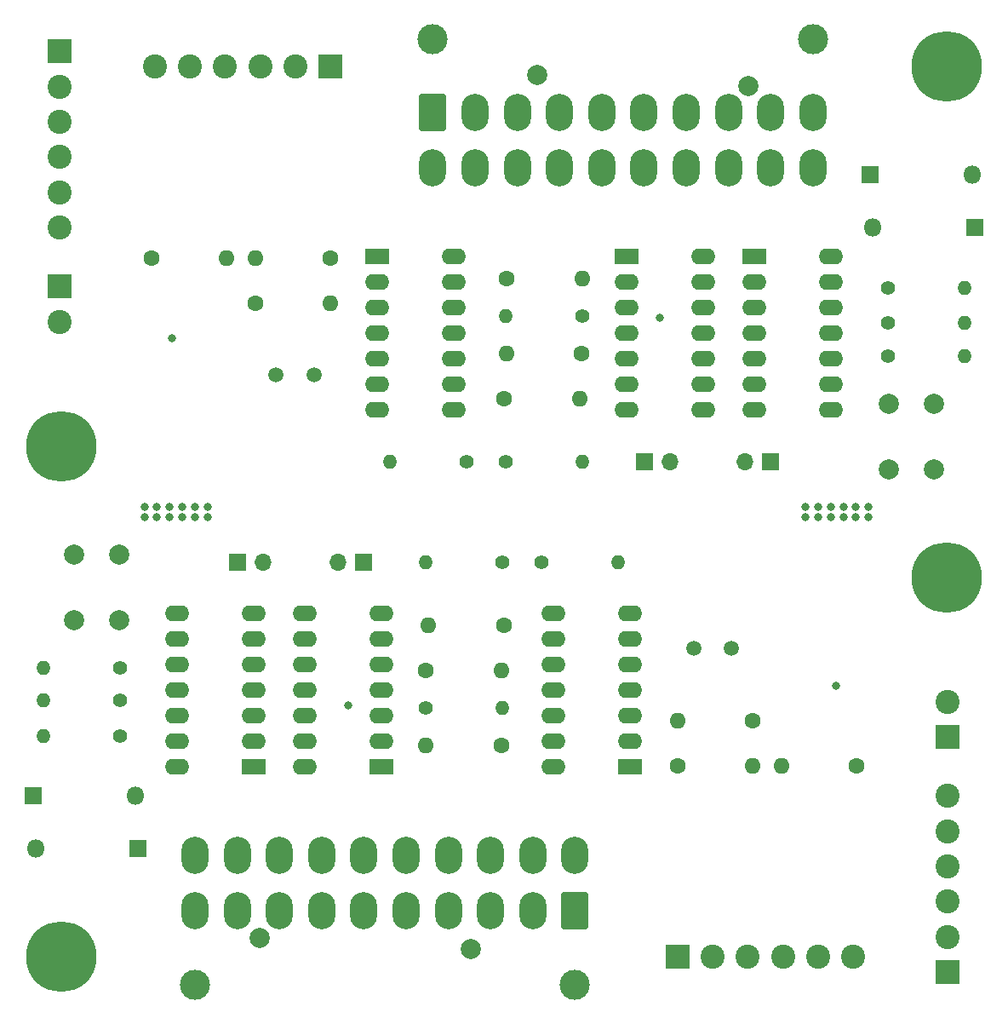
<source format=gbr>
%TF.GenerationSoftware,KiCad,Pcbnew,(6.0.6)*%
%TF.CreationDate,2022-07-01T00:49:36+05:00*%
%TF.ProjectId,MouseBite,4d6f7573-6542-4697-9465-2e6b69636164,rev?*%
%TF.SameCoordinates,Original*%
%TF.FileFunction,Soldermask,Bot*%
%TF.FilePolarity,Negative*%
%FSLAX46Y46*%
G04 Gerber Fmt 4.6, Leading zero omitted, Abs format (unit mm)*
G04 Created by KiCad (PCBNEW (6.0.6)) date 2022-07-01 00:49:36*
%MOMM*%
%LPD*%
G01*
G04 APERTURE LIST*
G04 Aperture macros list*
%AMRoundRect*
0 Rectangle with rounded corners*
0 $1 Rounding radius*
0 $2 $3 $4 $5 $6 $7 $8 $9 X,Y pos of 4 corners*
0 Add a 4 corners polygon primitive as box body*
4,1,4,$2,$3,$4,$5,$6,$7,$8,$9,$2,$3,0*
0 Add four circle primitives for the rounded corners*
1,1,$1+$1,$2,$3*
1,1,$1+$1,$4,$5*
1,1,$1+$1,$6,$7*
1,1,$1+$1,$8,$9*
0 Add four rect primitives between the rounded corners*
20,1,$1+$1,$2,$3,$4,$5,0*
20,1,$1+$1,$4,$5,$6,$7,0*
20,1,$1+$1,$6,$7,$8,$9,0*
20,1,$1+$1,$8,$9,$2,$3,0*%
G04 Aperture macros list end*
%ADD10C,1.400000*%
%ADD11O,1.400000X1.400000*%
%ADD12C,1.600000*%
%ADD13O,1.600000X1.600000*%
%ADD14R,2.400000X2.400000*%
%ADD15C,2.400000*%
%ADD16R,1.700000X1.700000*%
%ADD17O,1.700000X1.700000*%
%ADD18C,3.000000*%
%ADD19RoundRect,0.250001X1.099999X1.599999X-1.099999X1.599999X-1.099999X-1.599999X1.099999X-1.599999X0*%
%ADD20O,2.700000X3.700000*%
%ADD21C,2.000000*%
%ADD22C,1.500000*%
%ADD23C,7.000000*%
%ADD24R,2.400000X1.600000*%
%ADD25O,2.400000X1.600000*%
%ADD26R,1.800000X1.800000*%
%ADD27O,1.800000X1.800000*%
%ADD28RoundRect,0.250001X-1.099999X-1.599999X1.099999X-1.599999X1.099999X1.599999X-1.099999X1.599999X0*%
%ADD29C,0.800000*%
G04 APERTURE END LIST*
D10*
%TO.C,R1*%
X141440000Y-65750000D03*
D11*
X149060000Y-65750000D03*
%TD*%
D12*
%TO.C,C8*%
X68175000Y-62750000D03*
D13*
X75675000Y-62750000D03*
%TD*%
D12*
%TO.C,C3*%
X103250000Y-99250000D03*
D13*
X95750000Y-99250000D03*
%TD*%
D14*
%TO.C,P8*%
X120500000Y-132250000D03*
D15*
X124000000Y-132250000D03*
X127500000Y-132250000D03*
X131000000Y-132250000D03*
X134500000Y-132250000D03*
X138000000Y-132250000D03*
%TD*%
D16*
%TO.C,J4*%
X117225000Y-83000000D03*
D17*
X119765000Y-83000000D03*
%TD*%
D18*
%TO.C,ATX*%
X72525000Y-134980000D03*
X110325000Y-134980000D03*
D19*
X110325000Y-127680000D03*
D20*
X106125000Y-127680000D03*
X101925000Y-127680000D03*
X97725000Y-127680000D03*
X93525000Y-127680000D03*
X89325000Y-127680000D03*
X85125000Y-127680000D03*
X80925000Y-127680000D03*
X76725000Y-127680000D03*
X72525000Y-127680000D03*
X110325000Y-122180000D03*
X106125000Y-122180000D03*
X101925000Y-122180000D03*
X97725000Y-122180000D03*
X93525000Y-122180000D03*
X89325000Y-122180000D03*
X85125000Y-122180000D03*
X80925000Y-122180000D03*
X76725000Y-122180000D03*
X72525000Y-122180000D03*
%TD*%
D21*
%TO.C,SW1*%
X65000000Y-92250000D03*
X65000000Y-98750000D03*
X60500000Y-92250000D03*
X60500000Y-98750000D03*
%TD*%
D12*
%TO.C,C4*%
X95500000Y-103750000D03*
D13*
X103000000Y-103750000D03*
%TD*%
D22*
%TO.C,Y1*%
X125900000Y-101600000D03*
X122100000Y-101600000D03*
%TD*%
D23*
%TO.C,H2*%
X59250000Y-81500000D03*
%TD*%
D10*
%TO.C,R1*%
X65060000Y-110250000D03*
D11*
X57440000Y-110250000D03*
%TD*%
D24*
%TO.C,U5*%
X90675000Y-62625000D03*
D25*
X90675000Y-65165000D03*
X90675000Y-67705000D03*
X90675000Y-70245000D03*
X90675000Y-72785000D03*
X90675000Y-75325000D03*
X90675000Y-77865000D03*
X98295000Y-77865000D03*
X98295000Y-75325000D03*
X98295000Y-72785000D03*
X98295000Y-70245000D03*
X98295000Y-67705000D03*
X98295000Y-65165000D03*
X98295000Y-62625000D03*
%TD*%
D16*
%TO.C,J1*%
X129750000Y-83000000D03*
D17*
X127210000Y-83000000D03*
%TD*%
D10*
%TO.C,R10*%
X103060000Y-93000000D03*
D11*
X95440000Y-93000000D03*
%TD*%
D10*
%TO.C,R11*%
X107000000Y-93000000D03*
D11*
X114620000Y-93000000D03*
%TD*%
D10*
%TO.C,R2*%
X65060000Y-106750000D03*
D11*
X57440000Y-106750000D03*
%TD*%
D10*
%TO.C,R9*%
X95425000Y-107455000D03*
D11*
X103045000Y-107455000D03*
%TD*%
D24*
%TO.C,U1*%
X91075000Y-113375000D03*
D25*
X91075000Y-110835000D03*
X91075000Y-108295000D03*
X91075000Y-105755000D03*
X91075000Y-103215000D03*
X91075000Y-100675000D03*
X91075000Y-98135000D03*
X83455000Y-98135000D03*
X83455000Y-100675000D03*
X83455000Y-103215000D03*
X83455000Y-105755000D03*
X83455000Y-108295000D03*
X83455000Y-110835000D03*
X83455000Y-113375000D03*
%TD*%
D12*
%TO.C,C6*%
X86000000Y-62750000D03*
D13*
X78500000Y-62750000D03*
%TD*%
D12*
%TO.C,C7*%
X128000000Y-108750000D03*
D13*
X120500000Y-108750000D03*
%TD*%
D12*
%TO.C,C4*%
X111000000Y-72250000D03*
D13*
X103500000Y-72250000D03*
%TD*%
D10*
%TO.C,R11*%
X99500000Y-83000000D03*
D11*
X91880000Y-83000000D03*
%TD*%
D16*
%TO.C,J4*%
X89275000Y-93000000D03*
D17*
X86735000Y-93000000D03*
%TD*%
D10*
%TO.C,R3*%
X141440000Y-72500000D03*
D11*
X149060000Y-72500000D03*
%TD*%
D14*
%TO.C,P8*%
X86000000Y-43750000D03*
D15*
X82500000Y-43750000D03*
X79000000Y-43750000D03*
X75500000Y-43750000D03*
X72000000Y-43750000D03*
X68500000Y-43750000D03*
%TD*%
D12*
%TO.C,C5*%
X102985000Y-111205000D03*
D13*
X95485000Y-111205000D03*
%TD*%
D24*
%TO.C,U2*%
X78325000Y-113375000D03*
D25*
X78325000Y-110835000D03*
X78325000Y-108295000D03*
X78325000Y-105755000D03*
X78325000Y-103215000D03*
X78325000Y-100675000D03*
X78325000Y-98135000D03*
X70705000Y-98135000D03*
X70705000Y-100675000D03*
X70705000Y-103215000D03*
X70705000Y-105755000D03*
X70705000Y-108295000D03*
X70705000Y-110835000D03*
X70705000Y-113375000D03*
%TD*%
D14*
%TO.C,P9*%
X59100000Y-42250000D03*
D15*
X59100000Y-45750000D03*
X59100000Y-49250000D03*
X59100000Y-52750000D03*
X59100000Y-56250000D03*
X59100000Y-59750000D03*
%TD*%
D14*
%TO.C,Amiga*%
X59100000Y-65600000D03*
D15*
X59100000Y-69100000D03*
%TD*%
D14*
%TO.C,P9*%
X147400000Y-133750000D03*
D15*
X147400000Y-130250000D03*
X147400000Y-126750000D03*
X147400000Y-123250000D03*
X147400000Y-119750000D03*
X147400000Y-116250000D03*
%TD*%
D12*
%TO.C,C7*%
X78500000Y-67250000D03*
D13*
X86000000Y-67250000D03*
%TD*%
D26*
%TO.C,D1*%
X150080000Y-59750000D03*
D27*
X139920000Y-59750000D03*
%TD*%
D23*
%TO.C,H2*%
X147250000Y-94500000D03*
%TD*%
D21*
%TO.C,SW1*%
X141500000Y-83750000D03*
X141500000Y-77250000D03*
X146000000Y-83750000D03*
X146000000Y-77250000D03*
%TD*%
D23*
%TO.C,H1*%
X59250000Y-132250000D03*
%TD*%
D22*
%TO.C,Y1*%
X80600000Y-74400000D03*
X84400000Y-74400000D03*
%TD*%
D12*
%TO.C,C3*%
X103250000Y-76750000D03*
D13*
X110750000Y-76750000D03*
%TD*%
D16*
%TO.C,J1*%
X76750000Y-93000000D03*
D17*
X79290000Y-93000000D03*
%TD*%
D23*
%TO.C,H1*%
X147250000Y-43750000D03*
%TD*%
D26*
%TO.C,D2*%
X139670000Y-54500000D03*
D27*
X149830000Y-54500000D03*
%TD*%
D12*
%TO.C,C5*%
X103515000Y-64795000D03*
D13*
X111015000Y-64795000D03*
%TD*%
D18*
%TO.C,ATX*%
X133975000Y-41020000D03*
X96175000Y-41020000D03*
D28*
X96175000Y-48320000D03*
D20*
X100375000Y-48320000D03*
X104575000Y-48320000D03*
X108775000Y-48320000D03*
X112975000Y-48320000D03*
X117175000Y-48320000D03*
X121375000Y-48320000D03*
X125575000Y-48320000D03*
X129775000Y-48320000D03*
X133975000Y-48320000D03*
X96175000Y-53820000D03*
X100375000Y-53820000D03*
X104575000Y-53820000D03*
X108775000Y-53820000D03*
X112975000Y-53820000D03*
X117175000Y-53820000D03*
X121375000Y-53820000D03*
X125575000Y-53820000D03*
X129775000Y-53820000D03*
X133975000Y-53820000D03*
%TD*%
D10*
%TO.C,R2*%
X141440000Y-69250000D03*
D11*
X149060000Y-69250000D03*
%TD*%
D12*
%TO.C,C6*%
X120500000Y-113250000D03*
D13*
X128000000Y-113250000D03*
%TD*%
D24*
%TO.C,U5*%
X115825000Y-113375000D03*
D25*
X115825000Y-110835000D03*
X115825000Y-108295000D03*
X115825000Y-105755000D03*
X115825000Y-103215000D03*
X115825000Y-100675000D03*
X115825000Y-98135000D03*
X108205000Y-98135000D03*
X108205000Y-100675000D03*
X108205000Y-103215000D03*
X108205000Y-105755000D03*
X108205000Y-108295000D03*
X108205000Y-110835000D03*
X108205000Y-113375000D03*
%TD*%
D26*
%TO.C,D1*%
X56420000Y-116250000D03*
D27*
X66580000Y-116250000D03*
%TD*%
D26*
%TO.C,D2*%
X66830000Y-121500000D03*
D27*
X56670000Y-121500000D03*
%TD*%
D14*
%TO.C,Amiga*%
X147400000Y-110400000D03*
D15*
X147400000Y-106900000D03*
%TD*%
D10*
%TO.C,R9*%
X111075000Y-68545000D03*
D11*
X103455000Y-68545000D03*
%TD*%
D10*
%TO.C,R10*%
X103440000Y-83000000D03*
D11*
X111060000Y-83000000D03*
%TD*%
D10*
%TO.C,R3*%
X65060000Y-103500000D03*
D11*
X57440000Y-103500000D03*
%TD*%
D24*
%TO.C,U2*%
X128175000Y-62625000D03*
D25*
X128175000Y-65165000D03*
X128175000Y-67705000D03*
X128175000Y-70245000D03*
X128175000Y-72785000D03*
X128175000Y-75325000D03*
X128175000Y-77865000D03*
X135795000Y-77865000D03*
X135795000Y-75325000D03*
X135795000Y-72785000D03*
X135795000Y-70245000D03*
X135795000Y-67705000D03*
X135795000Y-65165000D03*
X135795000Y-62625000D03*
%TD*%
D12*
%TO.C,C8*%
X138325000Y-113250000D03*
D13*
X130825000Y-113250000D03*
%TD*%
D24*
%TO.C,U1*%
X115425000Y-62625000D03*
D25*
X115425000Y-65165000D03*
X115425000Y-67705000D03*
X115425000Y-70245000D03*
X115425000Y-72785000D03*
X115425000Y-75325000D03*
X115425000Y-77865000D03*
X123045000Y-77865000D03*
X123045000Y-75325000D03*
X123045000Y-72785000D03*
X123045000Y-70245000D03*
X123045000Y-67705000D03*
X123045000Y-65165000D03*
X123045000Y-62625000D03*
%TD*%
D29*
X138250000Y-88500000D03*
X139500000Y-88500000D03*
X67500000Y-88500000D03*
X71250000Y-88500000D03*
X137000000Y-87500000D03*
X134500000Y-87500000D03*
X72500000Y-87500000D03*
X70000000Y-87500000D03*
X70000000Y-88500000D03*
X68750000Y-87500000D03*
X135750000Y-88500000D03*
X133250000Y-88500000D03*
X68750000Y-88500000D03*
X73750000Y-88500000D03*
X71250000Y-87500000D03*
X137000000Y-88500000D03*
X138250000Y-87500000D03*
X73750000Y-87500000D03*
X135750000Y-87500000D03*
X72500000Y-88500000D03*
X139500000Y-87500000D03*
X67500000Y-87500000D03*
X133250000Y-87500000D03*
X134500000Y-88500000D03*
X136250000Y-105275000D03*
X70250000Y-70725000D03*
X118750000Y-68750000D03*
X87750000Y-107250000D03*
D21*
X99925000Y-131455000D03*
X106575000Y-44545000D03*
X78925000Y-130355500D03*
X127575000Y-45644500D03*
M02*

</source>
